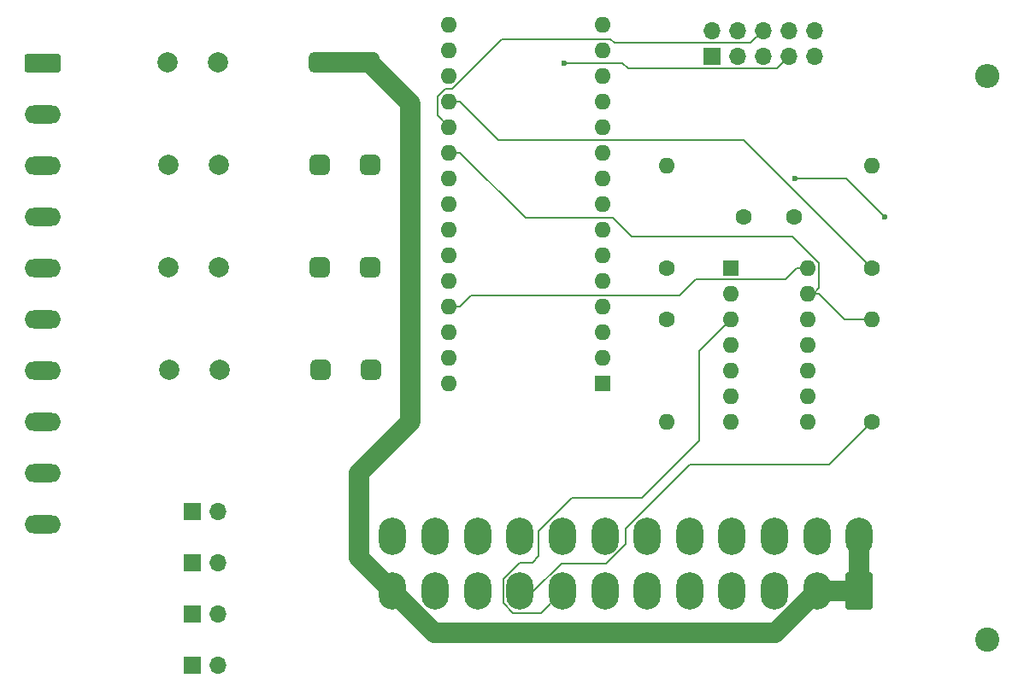
<source format=gtl>
G04 #@! TF.GenerationSoftware,KiCad,Pcbnew,8.0.9-8.0.9-0~ubuntu22.04.1*
G04 #@! TF.CreationDate,2026-01-30T18:33:39+10:00*
G04 #@! TF.ProjectId,ATX-Power-Distribution-Board,4154582d-506f-4776-9572-2d4469737472,rev?*
G04 #@! TF.SameCoordinates,Original*
G04 #@! TF.FileFunction,Copper,L1,Top*
G04 #@! TF.FilePolarity,Positive*
%FSLAX46Y46*%
G04 Gerber Fmt 4.6, Leading zero omitted, Abs format (unit mm)*
G04 Created by KiCad (PCBNEW 8.0.9-8.0.9-0~ubuntu22.04.1) date 2026-01-30 18:33:39*
%MOMM*%
%LPD*%
G01*
G04 APERTURE LIST*
G04 Aperture macros list*
%AMRoundRect*
0 Rectangle with rounded corners*
0 $1 Rounding radius*
0 $2 $3 $4 $5 $6 $7 $8 $9 X,Y pos of 4 corners*
0 Add a 4 corners polygon primitive as box body*
4,1,4,$2,$3,$4,$5,$6,$7,$8,$9,$2,$3,0*
0 Add four circle primitives for the rounded corners*
1,1,$1+$1,$2,$3*
1,1,$1+$1,$4,$5*
1,1,$1+$1,$6,$7*
1,1,$1+$1,$8,$9*
0 Add four rect primitives between the rounded corners*
20,1,$1+$1,$2,$3,$4,$5,0*
20,1,$1+$1,$4,$5,$6,$7,0*
20,1,$1+$1,$6,$7,$8,$9,0*
20,1,$1+$1,$8,$9,$2,$3,0*%
G04 Aperture macros list end*
G04 #@! TA.AperFunction,ComponentPad*
%ADD10C,1.600000*%
G04 #@! TD*
G04 #@! TA.AperFunction,ComponentPad*
%ADD11O,1.600000X1.600000*%
G04 #@! TD*
G04 #@! TA.AperFunction,ComponentPad*
%ADD12R,1.700000X1.700000*%
G04 #@! TD*
G04 #@! TA.AperFunction,ComponentPad*
%ADD13O,1.700000X1.700000*%
G04 #@! TD*
G04 #@! TA.AperFunction,ComponentPad*
%ADD14C,2.400000*%
G04 #@! TD*
G04 #@! TA.AperFunction,ComponentPad*
%ADD15O,2.400000X2.400000*%
G04 #@! TD*
G04 #@! TA.AperFunction,ComponentPad*
%ADD16R,1.600000X1.600000*%
G04 #@! TD*
G04 #@! TA.AperFunction,ComponentPad*
%ADD17RoundRect,0.500000X0.500000X0.500000X-0.500000X0.500000X-0.500000X-0.500000X0.500000X-0.500000X0*%
G04 #@! TD*
G04 #@! TA.AperFunction,ComponentPad*
%ADD18C,2.000000*%
G04 #@! TD*
G04 #@! TA.AperFunction,ComponentPad*
%ADD19RoundRect,0.250000X-1.550000X0.650000X-1.550000X-0.650000X1.550000X-0.650000X1.550000X0.650000X0*%
G04 #@! TD*
G04 #@! TA.AperFunction,ComponentPad*
%ADD20O,3.600000X1.800000*%
G04 #@! TD*
G04 #@! TA.AperFunction,ComponentPad*
%ADD21RoundRect,0.250001X1.099999X1.599999X-1.099999X1.599999X-1.099999X-1.599999X1.099999X-1.599999X0*%
G04 #@! TD*
G04 #@! TA.AperFunction,ComponentPad*
%ADD22O,2.700000X3.700000*%
G04 #@! TD*
G04 #@! TA.AperFunction,ViaPad*
%ADD23C,0.600000*%
G04 #@! TD*
G04 #@! TA.AperFunction,Conductor*
%ADD24C,0.200000*%
G04 #@! TD*
G04 #@! TA.AperFunction,Conductor*
%ADD25C,2.000000*%
G04 #@! TD*
G04 APERTURE END LIST*
D10*
X148590000Y-87630000D03*
D11*
X148590000Y-97790000D03*
D12*
X101600000Y-111760000D03*
D13*
X104140000Y-111760000D03*
D10*
X148590000Y-82550000D03*
D11*
X148590000Y-72390000D03*
D12*
X153035000Y-61595000D03*
D13*
X153035000Y-59055000D03*
X155575000Y-61595000D03*
X155575000Y-59055000D03*
X158115000Y-61595000D03*
X158115000Y-59055000D03*
X160655000Y-61595000D03*
X160655000Y-59055000D03*
X163195000Y-61595000D03*
X163195000Y-59055000D03*
D14*
X180340000Y-119380000D03*
D15*
X180340000Y-63500000D03*
D12*
X101600000Y-121920000D03*
D13*
X104140000Y-121920000D03*
D16*
X154940000Y-82550000D03*
D11*
X154940000Y-85090000D03*
X154940000Y-87630000D03*
X154940000Y-90170000D03*
X154940000Y-92710000D03*
X154940000Y-95250000D03*
X154940000Y-97790000D03*
X162560000Y-97790000D03*
X162560000Y-95250000D03*
X162560000Y-92710000D03*
X162560000Y-90170000D03*
X162560000Y-87630000D03*
X162560000Y-85090000D03*
X162560000Y-82550000D03*
D17*
X119220000Y-82495000D03*
X114220000Y-82495000D03*
D18*
X104220000Y-82495000D03*
X99220000Y-82495000D03*
D17*
X119220000Y-72335000D03*
X114220000Y-72335000D03*
D18*
X104220000Y-72335000D03*
X99220000Y-72335000D03*
D19*
X86752500Y-62230000D03*
D20*
X86752500Y-67310000D03*
X86752500Y-72390000D03*
X86752500Y-77470000D03*
X86752500Y-82550000D03*
X86752500Y-87630000D03*
X86752500Y-92710000D03*
X86752500Y-97790000D03*
X86752500Y-102870000D03*
X86752500Y-107950000D03*
D10*
X161210000Y-77470000D03*
X156210000Y-77470000D03*
D16*
X142240000Y-93980000D03*
D11*
X142240000Y-91440000D03*
X142240000Y-88900000D03*
X142240000Y-86360000D03*
X142240000Y-83820000D03*
X142240000Y-81280000D03*
X142240000Y-78740000D03*
X142240000Y-76200000D03*
X142240000Y-73660000D03*
X142240000Y-71120000D03*
X142240000Y-68580000D03*
X142240000Y-66040000D03*
X142240000Y-63500000D03*
X142240000Y-60960000D03*
X142240000Y-58420000D03*
X127000000Y-58420000D03*
X127000000Y-60960000D03*
X127000000Y-63500000D03*
X127000000Y-66040000D03*
X127000000Y-68580000D03*
X127000000Y-71120000D03*
X127000000Y-73660000D03*
X127000000Y-76200000D03*
X127000000Y-78740000D03*
X127000000Y-81280000D03*
X127000000Y-83820000D03*
X127000000Y-86360000D03*
X127000000Y-88900000D03*
X127000000Y-91440000D03*
X127000000Y-93980000D03*
D21*
X167640000Y-114620000D03*
D22*
X163440000Y-114620000D03*
X159240000Y-114620000D03*
X155040000Y-114620000D03*
X150840000Y-114620000D03*
X146640000Y-114620000D03*
X142440000Y-114620000D03*
X138240000Y-114620000D03*
X134040000Y-114620000D03*
X129840000Y-114620000D03*
X125640000Y-114620000D03*
X121440000Y-114620000D03*
X167640000Y-109120000D03*
X163440000Y-109120000D03*
X159240000Y-109120000D03*
X155040000Y-109120000D03*
X150840000Y-109120000D03*
X146640000Y-109120000D03*
X142440000Y-109120000D03*
X138240000Y-109120000D03*
X134040000Y-109120000D03*
X129840000Y-109120000D03*
X125640000Y-109120000D03*
X121440000Y-109120000D03*
D17*
X119300000Y-92655000D03*
X114300000Y-92655000D03*
D18*
X104300000Y-92655000D03*
X99300000Y-92655000D03*
D12*
X101600000Y-116840000D03*
D13*
X104140000Y-116840000D03*
D10*
X168910000Y-97790000D03*
D11*
X168910000Y-87630000D03*
D12*
X101600000Y-106680000D03*
D13*
X104140000Y-106680000D03*
D17*
X119140000Y-62175000D03*
X114140000Y-62175000D03*
D18*
X104140000Y-62175000D03*
X99140000Y-62175000D03*
D10*
X168910000Y-82550000D03*
D11*
X168910000Y-72390000D03*
D23*
X161290000Y-73660000D03*
X170180000Y-77470000D03*
X138430000Y-62231600D03*
D24*
X154940000Y-87630000D02*
X151765000Y-90805000D01*
X151765000Y-99695000D02*
X146082700Y-105377300D01*
X135890000Y-111125000D02*
X135255000Y-111760000D01*
X151765000Y-90805000D02*
X151765000Y-99695000D01*
X135890000Y-108636548D02*
X135890000Y-111125000D01*
X146082700Y-105377300D02*
X139149248Y-105377300D01*
X139149248Y-105377300D02*
X135890000Y-108636548D01*
X132390000Y-113355000D02*
X132390000Y-115803452D01*
X135255000Y-111760000D02*
X133985000Y-111760000D01*
X133985000Y-111760000D02*
X132390000Y-113355000D01*
X132390000Y-115803452D02*
X133356548Y-116770000D01*
X133356548Y-116770000D02*
X136090000Y-116770000D01*
X136090000Y-116770000D02*
X138240000Y-114620000D01*
X150852300Y-102053700D02*
X164646300Y-102053700D01*
X164646300Y-102053700D02*
X168910000Y-97790000D01*
X151461600Y-83678400D02*
X160329900Y-83678400D01*
X142578900Y-111870000D02*
X144540000Y-109908900D01*
X162560000Y-82550000D02*
X161458300Y-82550000D01*
X144540000Y-109908900D02*
X144540000Y-108366000D01*
X134040000Y-114620000D02*
X135395600Y-114620000D01*
X138145600Y-111870000D02*
X142578900Y-111870000D01*
X160329900Y-83678400D02*
X161458300Y-82550000D01*
X128101700Y-86360000D02*
X129203400Y-85258300D01*
X127000000Y-86360000D02*
X128101700Y-86360000D01*
X144540000Y-108366000D02*
X150852300Y-102053700D01*
X129203400Y-85258300D02*
X149881700Y-85258300D01*
X135395600Y-114620000D02*
X138145600Y-111870000D01*
X149881700Y-85258300D02*
X151461600Y-83678400D01*
X161027700Y-79441200D02*
X163669700Y-82083200D01*
X162560000Y-85090000D02*
X163110900Y-85090000D01*
X128101700Y-71120000D02*
X134580900Y-77599200D01*
X127000000Y-71120000D02*
X128101700Y-71120000D01*
X163669700Y-84531200D02*
X163110900Y-85090000D01*
X163110900Y-85090000D02*
X163661700Y-85090000D01*
X163669700Y-82083200D02*
X163669700Y-84531200D01*
X143228900Y-77599200D02*
X145070900Y-79441200D01*
X166201700Y-87630000D02*
X163661700Y-85090000D01*
X134580900Y-77599200D02*
X143228900Y-77599200D01*
X145070900Y-79441200D02*
X161027700Y-79441200D01*
X168910000Y-87630000D02*
X166201700Y-87630000D01*
X156210000Y-69850000D02*
X131911700Y-69850000D01*
X168910000Y-82550000D02*
X156210000Y-69850000D01*
X131911700Y-69850000D02*
X128101700Y-66040000D01*
X127000000Y-66040000D02*
X128101700Y-66040000D01*
X144759600Y-62784800D02*
X144206400Y-62231600D01*
X159465200Y-62784800D02*
X144759600Y-62784800D01*
X160655000Y-61595000D02*
X159465200Y-62784800D01*
X143392100Y-60257100D02*
X156912900Y-60257100D01*
X127301800Y-64770000D02*
X132230500Y-59841300D01*
X142976300Y-59841300D02*
X143392100Y-60257100D01*
X156912900Y-60257100D02*
X158115000Y-59055000D01*
X132230500Y-59841300D02*
X142976300Y-59841300D01*
X125864600Y-67444600D02*
X125864600Y-65586400D01*
X125864600Y-65586400D02*
X126681000Y-64770000D01*
X126681000Y-64770000D02*
X127301800Y-64770000D01*
X127000000Y-68580000D02*
X125864600Y-67444600D01*
D25*
X167640000Y-109120000D02*
X167640000Y-114620000D01*
X125565000Y-118745000D02*
X121440000Y-114620000D01*
X123190000Y-97790000D02*
X123190000Y-66225000D01*
X167640000Y-114620000D02*
X163440000Y-114620000D01*
X118110000Y-111290000D02*
X118110000Y-102870000D01*
X118110000Y-102870000D02*
X123190000Y-97790000D01*
X163440000Y-114620000D02*
X159315000Y-118745000D01*
X159315000Y-118745000D02*
X125565000Y-118745000D01*
X119140000Y-62175000D02*
X114140000Y-62175000D01*
X121440000Y-114620000D02*
X118110000Y-111290000D01*
X123190000Y-66225000D02*
X119140000Y-62175000D01*
D24*
X161290000Y-73660000D02*
X166370000Y-73660000D01*
X166370000Y-73660000D02*
X170180000Y-77470000D01*
X144206400Y-62231600D02*
X138430000Y-62231600D01*
M02*

</source>
